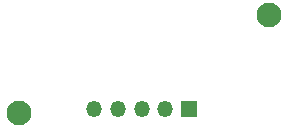
<source format=gbr>
%TF.GenerationSoftware,KiCad,Pcbnew,7.0.8*%
%TF.CreationDate,2024-10-08T21:21:09-04:00*%
%TF.ProjectId,SPIBreakout,53504942-7265-4616-9b6f-75742e6b6963,rev?*%
%TF.SameCoordinates,Original*%
%TF.FileFunction,Soldermask,Bot*%
%TF.FilePolarity,Negative*%
%FSLAX46Y46*%
G04 Gerber Fmt 4.6, Leading zero omitted, Abs format (unit mm)*
G04 Created by KiCad (PCBNEW 7.0.8) date 2024-10-08 21:21:09*
%MOMM*%
%LPD*%
G01*
G04 APERTURE LIST*
%ADD10C,2.100000*%
%ADD11R,1.350000X1.350000*%
%ADD12O,1.350000X1.350000*%
G04 APERTURE END LIST*
D10*
%TO.C,REF\u002A\u002A*%
X129380000Y-59590000D03*
%TD*%
%TO.C,REF\u002A\u002A*%
X108200000Y-67810000D03*
%TD*%
D11*
%TO.C,J1*%
X122560000Y-67490000D03*
D12*
X120560000Y-67490000D03*
X118560000Y-67490000D03*
X116560000Y-67490000D03*
X114560000Y-67490000D03*
%TD*%
M02*

</source>
